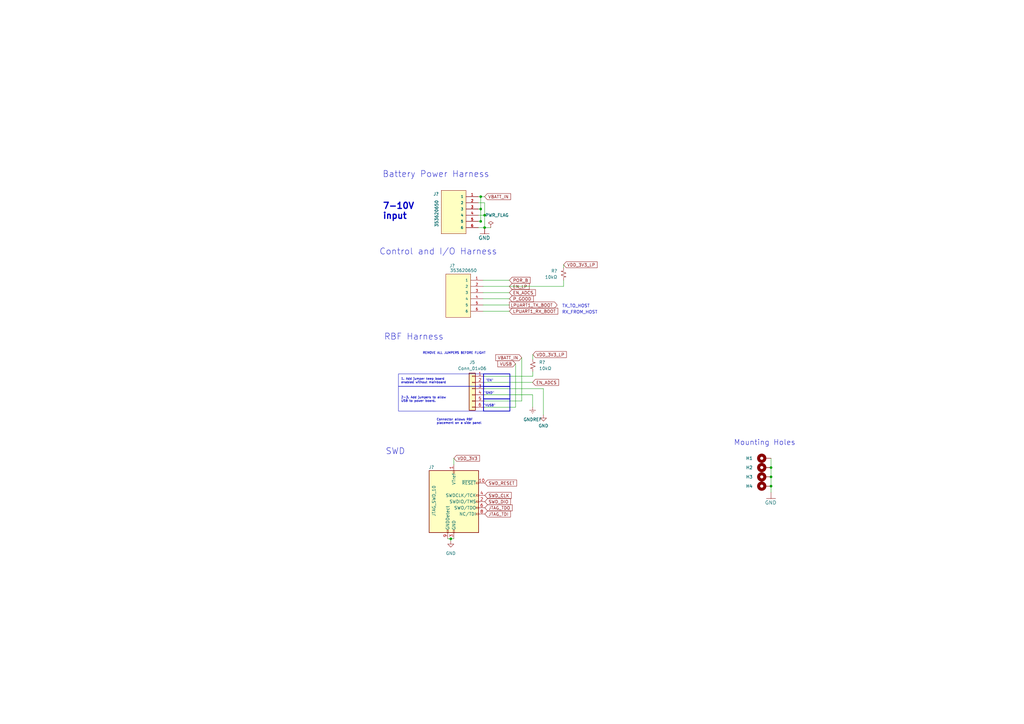
<source format=kicad_sch>
(kicad_sch (version 20230121) (generator eeschema)
  (paper "A3")
  (title_block (title "Soldermander") (date "2024-02-27") (rev "1.0") (company "Stanford Student Space Initiative") (comment 1 "RE: Flynn Dreilinger"))
  (lib_symbols
    (symbol "Connector:Conn_ARM_JTAG_SWD_10" (pin_names (offset 1.016))
      (property "Reference" "J" (at -2.54 16.51 0))
      (property "Value" "Conn_ARM_JTAG_SWD_10" (at -2.54 13.97 0))
      (symbol "Conn_ARM_JTAG_SWD_10_0_1"
        (rectangle (start -10.16 12.7) (end 10.16 -12.7) (stroke (width 0.254)) (fill (type background)))
        (rectangle (start -2.794 -12.7) (end -2.286 -11.684))
        (rectangle (start -0.254 -12.7) (end 0.254 -11.684))
        (rectangle (start -0.254 12.7) (end 0.254 11.684))
        (rectangle (start 9.144 2.286) (end 10.16 2.794))
        (rectangle (start 10.16 -2.794) (end 9.144 -2.286))
        (rectangle (start 10.16 -0.254) (end 9.144 0.254))
        (rectangle (start 10.16 7.874) (end 9.144 7.366))
      )
      (symbol "Conn_ARM_JTAG_SWD_10_1_1"
        (rectangle (start 9.144 -5.334) (end 10.16 -4.826))
        (pin power_in line (at 0 15.24 270) (length 2.54) (name "VTref") (number "1"))
        (pin open_collector line (at 12.7 7.62 180) (length 2.54) (name "~{RESET}") (number "10"))
        (pin bidirectional line (at 12.7 0 180) (length 2.54) (name "SWDIO/TMS") (number "2"))
        (pin power_in line (at 0 -15.24 90) (length 2.54) (name "GND") (number "3"))
        (pin output line (at 12.7 2.54 180) (length 2.54) (name "SWDCLK/TCK") (number "4"))
        (pin passive line (at 0 -15.24 90) (length 2.54) hide (name "GND") (number "5"))
        (pin input line (at 12.7 -2.54 180) (length 2.54) (name "SWO/TDO") (number "6"))
        (pin no_connect line (at -10.16 0 0) (length 2.54) hide (name "KEY") (number "7"))
        (pin output line (at 12.7 -5.08 180) (length 2.54) (name "NC/TDI") (number "8"))
        (pin passive line (at -2.54 -15.24 90) (length 2.54) (name "GNDDetect") (number "9"))
      )
    )
    (symbol "Connector_Generic:Conn_01x06" (pin_names (offset 1.016) hide)
      (property "Reference" "J" (at 0 7.62 0))
      (property "Value" "Conn_01x06" (at 0 -10.16 0))
      (symbol "Conn_01x06_1_1"
        (rectangle (start -1.27 -7.493) (end 0 -7.747) (stroke (width 0.1524)))
        (rectangle (start -1.27 -4.953) (end 0 -5.207) (stroke (width 0.1524)))
        (rectangle (start -1.27 -2.413) (end 0 -2.667) (stroke (width 0.1524)))
        (rectangle (start -1.27 0.127) (end 0 -0.127) (stroke (width 0.1524)))
        (rectangle (start -1.27 2.667) (end 0 2.413) (stroke (width 0.1524)))
        (rectangle (start -1.27 5.207) (end 0 4.953) (stroke (width 0.1524)))
        (rectangle (start -1.27 6.35) (end 1.27 -8.89) (stroke (width 0.254)) (fill (type background)))
        (pin passive line (at -5.08 5.08 0) (length 3.81) (name "Pin_1") (number "1"))
        (pin passive line (at -5.08 2.54 0) (length 3.81) (name "Pin_2") (number "2"))
        (pin passive line (at -5.08 0 0) (length 3.81) (name "Pin_3") (number "3"))
        (pin passive line (at -5.08 -2.54 0) (length 3.81) (name "Pin_4") (number "4"))
        (pin passive line (at -5.08 -5.08 0) (length 3.81) (name "Pin_5") (number "5"))
        (pin passive line (at -5.08 -7.62 0) (length 3.81) (name "Pin_6") (number "6"))
      )
    )
    (symbol "Device:R_Small_US" (pin_numbers hide) (pin_names (offset 0.254) hide)
      (property "Reference" "R" (at 0.762 0.508 0))
      (property "Value" "R_Small_US" (at 0.762 -1.016 0))
      (symbol "R_Small_US_1_1"
        (polyline (pts (xy 0 0) (xy 1.016 -0.381) (xy 0 -0.762) (xy -1.016 -1.143) (xy 0 -1.27)))
        (polyline (pts (xy 0 1.27) (xy 1.016 1.143) (xy 0 0.762) (xy -1.016 0.381) (xy 0 0)))
        (pin passive line (at 0 2.54 270) (length 1.016) (name "~") (number "1"))
        (pin passive line (at 0 -2.54 90) (length 1.016) (name "~") (number "2"))
      )
    )
    (symbol "GND_1" (power) (pin_names (offset 0))
      (property "Value" "GND_1" (at 0 -3.81 0))
      (symbol "GND_1_0_1"
        (polyline (pts (xy 0 0) (xy 0 -1.27) (xy 1.27 -1.27) (xy 0 -2.54) (xy -1.27 -1.27) (xy 0 -1.27)))
      )
      (symbol "GND_1_1_1"
        (pin power_in line (at 0 0 270) (length 0) hide (name "GND") (number "1"))
      )
    )
    (symbol "Mechanical:MountingHole_Pad" (pin_numbers hide) (pin_names (offset 1.016) hide)
      (property "Reference" "H" (at 0 6.35 0))
      (property "Value" "MountingHole_Pad" (at 0 4.445 0))
      (symbol "MountingHole_Pad_0_1"
        (circle (center 0 1.27) (radius 1.27) (stroke (width 1.27)))
      )
      (symbol "MountingHole_Pad_1_1"
        (pin input line (at 0 -2.54 90) (length 2.54) (name "1") (number "1"))
      )
    )
    (symbol "mainboard:35362-0650" (pin_names (offset 1.016))
      (property "Reference" "J" (at -5.334 11.4554 0))
      (property "Value" "35362-0650" (at -6.096 -11.684 0))
      (symbol "35362-0650_0_0"
        (rectangle (start -5.08 -7.62) (end 5.08 10.16) (stroke (width 0.1524)) (fill (type background)))
        (pin passive line (at 10.16 7.62 180) (length 5.08) (name "1") (number "1"))
        (pin passive line (at 10.16 5.08 180) (length 5.08) (name "2") (number "2"))
        (pin passive line (at 10.16 2.54 180) (length 5.08) (name "3") (number "3"))
        (pin passive line (at 10.16 0 180) (length 5.08) (name "4") (number "4"))
        (pin passive line (at 10.16 -2.54 180) (length 5.08) (name "5") (number "5"))
        (pin passive line (at 10.16 -5.08 180) (length 5.08) (name "6") (number "6"))
      )
    )
    (symbol "mainboard:GND" (power) (pin_names (offset 1.016))
      (property "Value" "GND" (at -2.54 -2.54 0))
      (symbol "GND_1_0"
        (polyline (pts (xy -1.905 0) (xy 1.905 0)))
        (pin power_in line (at 0 2.54 270) (length 2.54) (name "GND") (number "1"))
      )
    )
    (symbol "power:GND" (power) (pin_names (offset 0))
      (property "Value" "GND" (at 0 -3.81 0))
      (symbol "GND_0_1"
        (polyline (pts (xy 0 0) (xy 0 -1.27) (xy 1.27 -1.27) (xy 0 -2.54) (xy -1.27 -1.27) (xy 0 -1.27)))
      )
      (symbol "GND_1_1"
        (pin power_in line (at 0 0 270) (length 0) hide (name "GND") (number "1"))
      )
    )
    (symbol "power:GNDREF" (power) (pin_names (offset 0))
      (property "Value" "GNDREF" (at 0 -3.81 0))
      (symbol "GNDREF_0_1"
        (polyline (pts (xy -0.635 -1.905) (xy 0.635 -1.905)))
        (polyline (pts (xy -0.127 -2.54) (xy 0.127 -2.54)))
        (polyline (pts (xy 0 -1.27) (xy 0 0)))
        (polyline (pts (xy 1.27 -1.27) (xy -1.27 -1.27)))
      )
      (symbol "GNDREF_1_1"
        (pin power_in line (at 0 0 270) (length 0) hide (name "GNDREF") (number "1"))
      )
    )
    (symbol "power:PWR_FLAG" (power) (pin_numbers hide) (pin_names (offset 0) hide)
      (property "Value" "PWR_FLAG" (at 0 3.81 0))
      (symbol "PWR_FLAG_0_0"
        (pin power_out line (at 0 0 90) (length 0) (name "pwr") (number "1"))
      )
      (symbol "PWR_FLAG_0_1"
        (polyline (pts (xy 0 0) (xy 0 1.27) (xy -1.016 1.905) (xy 0 2.54) (xy 1.016 1.905) (xy 0 1.27)))
      )
    )
  )
  (junction (at 316.23 191.77))
  (junction (at 316.23 195.58))
  (junction (at 316.23 199.39))
  (junction (at 197.1548 85.725))
  (junction (at 184.8866 220.98))
  (junction (at 197.1548 90.805))
  (junction (at 197.1548 80.645))
  (junction (at 198.755 88.265))
  (junction (at 198.755 93.345))
  (wire (pts (xy 231.14 117.475) (xy 198.12 117.475)))
  (wire (pts (xy 198.755 93.345) (xy 196.215 93.345)))
  (wire (pts (xy 316.23 195.58) (xy 316.23 199.39)))
  (wire (pts (xy 198.755 164.465) (xy 213.995 164.465)))
  (wire (pts (xy 198.755 154.305) (xy 218.5416 154.305)))
  (wire (pts (xy 231.14 114.935) (xy 231.14 117.475)))
  (wire (pts (xy 198.12 125.095) (xy 208.915 125.095)))
  (wire (pts (xy 198.755 159.385) (xy 222.885 159.385)))
  (wire (pts (xy 316.23 199.39) (xy 316.23 201.93)))
  (wire (pts (xy 197.1548 80.645) (xy 196.215 80.645)))
  (wire (pts (xy 197.1548 90.805) (xy 196.215 90.805)))
  (wire (pts (xy 198.12 127.635) (xy 208.915 127.635)))
  (wire (pts (xy 198.755 80.645) (xy 197.1548 80.645)))
  (wire (pts (xy 198.12 114.935) (xy 208.915 114.935)))
  (wire (pts (xy 197.1548 90.8304) (xy 197.1548 90.805)))
  (wire (pts (xy 231.14 108.585) (xy 231.14 109.855)))
  (wire (pts (xy 316.23 187.96) (xy 316.23 191.77)))
  (wire (pts (xy 213.995 146.685) (xy 213.995 164.465)))
  (wire (pts (xy 218.5416 152.4) (xy 218.5416 154.305)))
  (wire (pts (xy 316.23 191.77) (xy 316.23 195.58)))
  (wire (pts (xy 218.5416 145.415) (xy 218.5416 147.32)))
  (wire (pts (xy 186.1566 187.96) (xy 186.1566 190.5)))
  (wire (pts (xy 218.44 161.925) (xy 218.44 167.005)))
  (wire (pts (xy 183.6166 220.98) (xy 184.8866 220.98)))
  (wire (pts (xy 198.755 156.845) (xy 218.44 156.845)))
  (wire (pts (xy 196.215 83.185) (xy 198.755 83.185)))
  (wire (pts (xy 198.755 88.265) (xy 198.755 93.345)))
  (wire (pts (xy 197.1548 85.725) (xy 196.215 85.725)))
  (wire (pts (xy 198.755 93.345) (xy 201.295 93.345)))
  (wire (pts (xy 198.755 88.265) (xy 196.215 88.265)))
  (wire (pts (xy 198.755 83.185) (xy 198.755 88.265)))
  (wire (pts (xy 198.12 120.015) (xy 208.915 120.015)))
  (wire (pts (xy 197.1548 80.645) (xy 197.1548 85.725)))
  (wire (pts (xy 198.12 122.555) (xy 208.915 122.555)))
  (wire (pts (xy 211.455 149.225) (xy 211.455 167.005)))
  (wire (pts (xy 184.8866 220.98) (xy 186.1566 220.98)))
  (wire (pts (xy 198.755 161.925) (xy 218.44 161.925)))
  (wire (pts (xy 222.885 159.385) (xy 222.885 170.18)))
  (wire (pts (xy 197.1548 85.725) (xy 197.1548 90.805)))
  (wire (pts (xy 184.8866 221.869) (xy 184.8866 220.98)))
  (wire (pts (xy 198.755 167.005) (xy 211.455 167.005)))
  (rectangle (start 198.3232 158.4706) (end 209.1182 163.576) (stroke (width 0.3)))
  (rectangle (start 163.4236 158.4706) (end 198.3232 168.6052))
  (rectangle (start 163.4236 153.3652) (end 198.3232 158.4706))
  (rectangle (start 198.3232 163.576) (end 209.1182 168.6052) (stroke (width 0.3)))
  (rectangle (start 198.3232 153.3398) (end 209.1182 158.4706) (stroke (width 0.3)))
  (text "1. Add jumper keep board \nenabled without mainboard" (at 164.465 157.48 0) (effects (font (size 0.889 0.889)) (justify left bottom)))
  (text "REMOVE ALL JUMPERS BEFORE FLIGHT" (at 173.355 145.415 0) (effects (font (size 0.889 0.889)) (justify left bottom)))
  (text "Connector allows RBF\nplacement on a side panel\n" (at 179.0192 174.1678 0) (effects (font (size 0.889 0.889)) (justify left bottom)))
  (text "SWD\n" (at 158.115 186.69 0) (effects (font (size 2.54 2.54)) (justify left bottom)))
  (text "\"GND\"" (at 202.7682 161.8488 0) (effects (font (size 0.889 0.889)) (justify right bottom)))
  (text "7-10V\ninput" (at 156.845 90.17 0) (effects (font (size 2.54 2.54) (thickness 0.508) bold) (justify left bottom)))
  (text "TX_TO_HOST" (at 230.505 126.365 0) (effects (font (size 1.27 1.27)) (justify left bottom)))
  (text "Control and I/O Harness" (at 155.575 104.775 0) (effects (font (size 2.54 2.54)) (justify left bottom)))
  (text "RX_FROM_HOST" (at 230.505 128.905 0) (effects (font (size 1.27 1.27)) (justify left bottom)))
  (text "\"VUSB\"" (at 198.2724 166.9542 0) (effects (font (size 0.889 0.889)) (justify left bottom)))
  (text "2-3. Add jumpers to allow\nUSB to power board." (at 164.465 165.1 0) (effects (font (size 0.889 0.889)) (justify left bottom)))
  (text "RBF Harness" (at 157.48 139.7 0) (effects (font (size 2.54 2.54)) (justify left bottom)))
  (text "Battery Power Harness" (at 156.845 73.025 0) (effects (font (size 2.54 2.54)) (justify left bottom)))
  (text "\"EN\"" (at 199.136 156.6926 0) (effects (font (size 0.889 0.889)) (justify left bottom)))
  (text "Mounting Holes" (at 300.99 182.88 0) (effects (font (size 2.159 2.159)) (justify left bottom)))
  (global_label "VDD_3V3_LP" (shape input) (at 231.14 108.585 0) (property "Intersheetrefs" "${INTERSHEET_REFS}" (effects hide)))
  (global_label "VBATT_IN" (shape input) (at 198.755 80.645 0) (property "Intersheetrefs" "${INTERSHEET_REFS}" (effects hide)))
  (global_label "JTAG_TDO" (shape input) (at 198.8566 208.28 0) (property "Intersheetrefs" "${INTERSHEET_REFS}" (effects hide)))
  (global_label "VBATT_IN" (shape input) (at 213.995 146.685 180) (property "Intersheetrefs" "${INTERSHEET_REFS}" (effects hide)))
  (global_label "VDD_3V3" (shape input) (at 186.1566 187.96 0) (property "Intersheetrefs" "${INTERSHEET_REFS}" (effects hide)))
  (global_label "EN_LP" (shape input) (at 208.915 117.475 0) (property "Intersheetrefs" "${INTERSHEET_REFS}" (effects hide)))
  (global_label "SWD_DIO" (shape input) (at 198.8566 205.74 0) (property "Intersheetrefs" "${INTERSHEET_REFS}" (effects hide)))
  (global_label "LPUART1_TX_BOOT" (shape output) (at 208.915 125.095 0) (property "Intersheetrefs" "${INTERSHEET_REFS}" (effects hide)))
  (global_label "JTAG_TDI" (shape input) (at 198.8566 210.82 0) (property "Intersheetrefs" "${INTERSHEET_REFS}" (effects hide)))
  (global_label "VDD_3V3_LP" (shape input) (at 218.5416 145.415 0) (property "Intersheetrefs" "${INTERSHEET_REFS}" (effects hide)))
  (global_label "SWD_RESET" (shape input) (at 198.8566 198.12 0) (property "Intersheetrefs" "${INTERSHEET_REFS}" (effects hide)))
  (global_label "VUSB" (shape input) (at 211.455 149.225 180) (property "Intersheetrefs" "${INTERSHEET_REFS}" (effects hide)))
  (global_label "LPUART1_RX_BOOT" (shape input) (at 208.915 127.635 0) (property "Intersheetrefs" "${INTERSHEET_REFS}" (effects hide)))
  (global_label "SWD_CLK" (shape input) (at 198.8566 203.2 0) (property "Intersheetrefs" "${INTERSHEET_REFS}" (effects hide)))
  (global_label "EN_ADCS" (shape input) (at 218.44 156.845 0) (property "Intersheetrefs" "${INTERSHEET_REFS}" (effects hide)))
  (global_label "EN_ADCS" (shape input) (at 208.915 120.015 0) (property "Intersheetrefs" "${INTERSHEET_REFS}" (effects hide)))
  (global_label "POR_B" (shape input) (at 208.915 114.935 0) (property "Intersheetrefs" "${INTERSHEET_REFS}" (effects hide)))
  (global_label "P_GOOD" (shape input) (at 208.915 122.555 0) (property "Intersheetrefs" "${INTERSHEET_REFS}" (effects hide)))
  (symbol (lib_id "mainboard:GND") (at 316.23 204.47 0) (unit 1)
    (property "Reference" "#GND09" (effects hide))
    (property "Value" "GND" (at 313.69 207.01 0) (effects (font (size 1.4986 1.4986)) (justify left bottom)))
    (instances (project "Soldermander" (path "" (reference "#GND09") (unit 1))) (project "mainboard" (path "" (reference "#GND?") (unit 1))))
  )
  (symbol (lib_id "power:PWR_FLAG") (at 201.295 93.345 0) (unit 1)
    (property "Reference" "#FLG?" (effects hide))
    (property "Value" "PWR_FLAG" (at 203.835 88.265 0))
    (instances (project "adcs-hardware" (path "" (reference "#FLG?") (unit 1))) (project "Soldermander" (path "" (reference "#FLG025") (unit 1))))
  )
  (symbol (lib_id "power:GNDREF") (at 218.44 167.005 0) (unit 1)
    (property "Reference" "#PWR?" (effects hide))
    (property "Value" "GNDREF" (at 218.44 172.085 0))
    (instances (project "adcs-hardware" (path "" (reference "#PWR?") (unit 1)) (path "" (reference "#PWR?") (unit 1))) (project "Soldermander" (path "" (reference "#PWR062") (unit 1))) (project "mainboard" (path "" (reference "#PWR?") (unit 1))))
  )
  (symbol (lib_id "Mechanical:MountingHole_Pad") (at 313.69 187.96 90) (unit 1) (in_bom no)
    (property "Reference" "H1" (at 307.34 187.96 90))
    (property "Value" "MountingHole_Pad" (effects hide))
    (property "Footprint" "MountingHole:MountingHole_2.7mm_M2.5_DIN965_Pad" (effects hide))
    (property "DNI" "DNI" (effects hide))
    (instances (project "Soldermander" (path "" (reference "H1") (unit 1))) (project "mainboard" (path "" (reference "H?") (unit 1))))
  )
  (symbol (lib_id "power:GND") (at 222.885 170.18 0) (unit 1)
    (property "Reference" "#PWR063" (effects hide))
    (property "Value" "GND" (at 222.885 174.625 0))
  )
  (symbol (lib_id "Device:R_Small_US") (at 218.5416 149.86 0) (unit 1)
    (property "Reference" "R?" (at 221.0816 148.59 0) (effects (justify left)))
    (property "Value" "10kΩ" (at 221.0816 151.13 0) (effects (justify left)))
    (property "Footprint" "adcs:Perfect_0402" (effects hide))
    (property "Footprint (for JLCPCB)" "0402" (effects hide))
    (instances (project "Soldermander" (path "" (reference "R?") (unit 1)) (path "" (reference "R?") (unit 1)) (path "" (reference "R?") (unit 1)) (path "" (reference "R?") (unit 1)) (path "" (reference "R?") (unit 1)) (path "" (reference "R33") (unit 1))))
  )
  (symbol (lib_id "Mechanical:MountingHole_Pad") (at 313.69 195.58 90) (unit 1)
    (property "Reference" "H3" (at 307.34 195.58 90))
    (property "Value" "MountingHole_Pad" (effects hide))
    (property "Footprint" "MountingHole:MountingHole_2.7mm_M2.5_DIN965_Pad" (effects hide))
    (property "DNI" "DNI" (effects hide))
    (property "Sim.Enable" "0" (effects hide))
    (instances (project "Soldermander" (path "" (reference "H3") (unit 1))) (project "mainboard" (path "" (reference "H?") (unit 1))))
  )
  (symbol (lib_id "mainboard:35362-0650") (at 186.055 88.265 0) (unit 1)
    (property "Reference" "J?" (at 178.8414 79.5782 0))
    (property "Value" "353620650" (at 179.07 87.5792 90))
    (property "Footprint" "mainboard:MOLEX_35362-0650" (effects hide))
    (property "Datasheet" "https://tools.molex.com/pdm_docs/sd/353620650_sd.pdf" (effects hide))
    (property "Manufacturer_Name" "Molex" (effects hide))
    (property "Flight" "353620650" (effects hide))
    (property "Description" "6-pin sherlock through-hole connector" (effects hide))
    (property "DNI" "DNI" (effects hide))
    (instances (project "adcs-hardware" (path "" (reference "J?") (unit 1))) (project "Soldermander" (path "" (reference "J2") (unit 1))) (project "mainboard" (path "" (reference "J?") (unit 1))))
  )
  (symbol (lib_name "GND_1") (lib_id "power:GND") (at 184.8866 221.869 0) (unit 1)
    (property "Reference" "#PWR?" (effects hide))
    (property "Value" "GND" (at 184.8866 226.949 0))
    (instances (project "adcs-hardware" (path "" (reference "#PWR?") (unit 1))) (project "Soldermander" (path "" (reference "#PWR061") (unit 1))) (project "rt1062" (path "" (reference "#PWR?") (unit 1))))
  )
  (symbol (lib_id "mainboard:35362-0650") (at 187.96 122.555 0) (unit 1)
    (property "Reference" "J?" (at 186.5884 108.966 0) (effects (justify right)))
    (property "Value" "353620650" (at 195.6308 110.9218 0) (effects (justify right)))
    (property "Footprint" "mainboard:MOLEX_35362-0650" (effects hide))
    (property "Datasheet" "https://tools.molex.com/pdm_docs/sd/353620650_sd.pdf" (effects hide))
    (property "Manufacturer_Name" "Molex" (effects hide))
    (property "Flight" "353620650" (effects hide))
    (property "Description" "6-pin sherlock through-hole connector" (effects hide))
    (property "DNI" "DNI" (effects hide))
    (instances (project "adcs-hardware" (path "" (reference "J?") (unit 1))) (project "Soldermander" (path "" (reference "J4") (unit 1))) (project "mainboard" (path "" (reference "J?") (unit 1))))
  )
  (symbol (lib_id "Mechanical:MountingHole_Pad") (at 313.69 199.39 90) (unit 1)
    (property "Reference" "H4" (at 307.34 199.39 90))
    (property "Value" "MountingHole_Pad" (effects hide))
    (property "Footprint" "MountingHole:MountingHole_2.7mm_M2.5_DIN965_Pad" (effects hide))
    (property "DNI" "DNI" (effects hide))
    (property "Sim.Enable" "0" (effects hide))
    (instances (project "Soldermander" (path "" (reference "H4") (unit 1))) (project "mainboard" (path "" (reference "H?") (unit 1))))
  )
  (symbol (lib_id "mainboard:GND") (at 198.755 95.885 0) (unit 1)
    (property "Reference" "#GND?" (effects hide))
    (property "Value" "GND" (at 196.215 98.425 0) (effects (font (size 1.4986 1.4986)) (justify left bottom)))
    (instances (project "adcs-hardware" (path "" (reference "#GND?") (unit 1))) (project "Soldermander" (path "" (reference "#GND08") (unit 1))) (project "mainboard" (path "" (reference "#GND?") (unit 1))))
  )
  (symbol (lib_id "Connector_Generic:Conn_01x06") (at 193.675 159.385 0) (mirror y) (unit 1)
    (property "Reference" "J5" (at 193.675 148.59 0))
    (property "Value" "Conn_01x06" (at 193.675 151.13 0))
    (property "Footprint" "Connector_PinHeader_2.54mm:PinHeader_1x06_P2.54mm_Vertical" (effects hide))
    (property "DNI" "DNI" (effects hide))
  )
  (symbol (lib_id "Mechanical:MountingHole_Pad") (at 313.69 191.77 90) (unit 1)
    (property "Reference" "H2" (at 307.34 191.77 90))
    (property "Value" "MountingHole_Pad" (effects hide))
    (property "Footprint" "MountingHole:MountingHole_2.7mm_M2.5_DIN965_Pad" (effects hide))
    (property "DNI" "DNI" (effects hide))
    (property "Sim.Enable" "0" (effects hide))
    (instances (project "Soldermander" (path "" (reference "H2") (unit 1))) (project "mainboard" (path "" (reference "H?") (unit 1))))
  )
  (symbol (lib_id "Connector:Conn_ARM_JTAG_SWD_10") (at 186.1566 205.74 0) (unit 1)
    (property "Reference" "J?" (at 178.0794 191.6176 0) (effects (justify right)))
    (property "Value" "JTAG_SWD_10" (at 177.9778 199.0344 90) (effects (justify right)))
    (property "Footprint" "Connector_PinHeader_1.27mm:PinHeader_2x05_P1.27mm_Vertical_SMD" (effects hide))
    (property "Description" "JTAG/SWD 10-pin connector" (effects hide))
    (property "Flight" "BD125-10-A-0305-0580-L-B" (effects hide))
    (property "Manufacturer_Name" "GCT" (effects hide))
    (property "JLCPCB P/N" "C180221" (effects hide))
    (instances (project "adcs-hardware" (path "" (reference "J?") (unit 1))) (project "Soldermander" (path "" (reference "J3") (unit 1))) (project "rt1062" (path "" (reference "J?") (unit 1))))
  )
  (symbol (lib_id "Device:R_Small_US") (at 231.14 112.395 0) (mirror y) (unit 1)
    (property "Reference" "R?" (at 228.6 111.125 0) (effects (justify left)))
    (property "Value" "10kΩ" (at 228.6 113.665 0) (effects (justify left)))
    (property "Footprint" "adcs:Perfect_0402" (effects hide))
    (property "Footprint (for JLCPCB)" "0402" (effects hide))
    (instances (project "Soldermander" (path "" (reference "R?") (unit 1)) (path "" (reference "R?") (unit 1)) (path "" (reference "R?") (unit 1)) (path "" (reference "R?") (unit 1)) (path "" (reference "R?") (unit 1)) (path "" (reference "R4") (unit 1))))
  )
)
</source>
